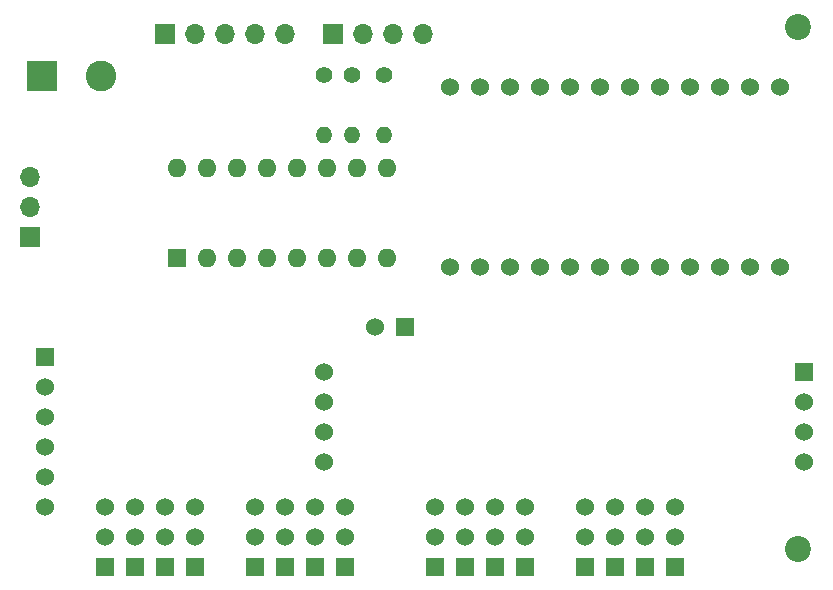
<source format=gbr>
%TF.GenerationSoftware,KiCad,Pcbnew,6.0.2+dfsg-1*%
%TF.CreationDate,2022-09-06T17:18:23-04:00*%
%TF.ProjectId,main-skulls,6d61696e-2d73-46b7-956c-6c732e6b6963,rev?*%
%TF.SameCoordinates,Original*%
%TF.FileFunction,Soldermask,Top*%
%TF.FilePolarity,Negative*%
%FSLAX46Y46*%
G04 Gerber Fmt 4.6, Leading zero omitted, Abs format (unit mm)*
G04 Created by KiCad (PCBNEW 6.0.2+dfsg-1) date 2022-09-06 17:18:23*
%MOMM*%
%LPD*%
G01*
G04 APERTURE LIST*
%ADD10C,2.200000*%
%ADD11R,1.700000X1.700000*%
%ADD12O,1.700000X1.700000*%
%ADD13C,1.524000*%
%ADD14R,1.524000X1.524000*%
%ADD15R,1.600000X1.600000*%
%ADD16O,1.600000X1.600000*%
%ADD17O,1.400000X1.400000*%
%ADD18C,1.400000*%
%ADD19R,2.600000X2.600000*%
%ADD20C,2.600000*%
G04 APERTURE END LIST*
D10*
%TO.C,REF\u002A\u002A*%
X174752000Y-76200000D03*
%TD*%
%TO.C,REF\u002A\u002A*%
X174752000Y-120396000D03*
%TD*%
D11*
%TO.C,J2*%
X109728000Y-93980000D03*
D12*
X109728000Y-91440000D03*
X109728000Y-88900000D03*
%TD*%
%TO.C,D2*%
X143012000Y-76835000D03*
X140472000Y-76835000D03*
X137932000Y-76835000D03*
D11*
X135392000Y-76835000D03*
%TD*%
%TO.C,J3*%
X121158000Y-76765000D03*
D12*
X123698000Y-76765000D03*
X126238000Y-76765000D03*
X128778000Y-76765000D03*
X131318000Y-76765000D03*
%TD*%
D13*
%TO.C,U2*%
X173228000Y-96520000D03*
X170688000Y-96520000D03*
X168148000Y-96520000D03*
X165608000Y-96520000D03*
X163068000Y-96520000D03*
X160528000Y-96520000D03*
X157988000Y-96520000D03*
X155448000Y-96520000D03*
X152908000Y-96520000D03*
X150368000Y-96520000D03*
X147828000Y-96520000D03*
X145288000Y-96520000D03*
X145288000Y-81280000D03*
X147828000Y-81280000D03*
X150368000Y-81280000D03*
X152908000Y-81280000D03*
X155448000Y-81280000D03*
X157988000Y-81280000D03*
X160528000Y-81280000D03*
X163068000Y-81280000D03*
X165608000Y-81280000D03*
X168148000Y-81280000D03*
X170688000Y-81280000D03*
X173228000Y-81280000D03*
%TD*%
D14*
%TO.C,U3*%
X110998000Y-104140000D03*
X149098000Y-121920000D03*
X133858000Y-121920000D03*
X156718000Y-121920000D03*
X136398000Y-121920000D03*
X159258000Y-121920000D03*
X151638000Y-121920000D03*
X123698000Y-121920000D03*
X164338000Y-121920000D03*
X128778000Y-121920000D03*
X161798000Y-121920000D03*
X144018000Y-121920000D03*
X116078000Y-121920000D03*
X146558000Y-121920000D03*
X141478000Y-101600000D03*
X118618000Y-121920000D03*
X131318000Y-121920000D03*
X121158000Y-121920000D03*
D13*
X110998000Y-111760000D03*
X110998000Y-109220000D03*
X110998000Y-106680000D03*
X164338000Y-116840000D03*
X161798000Y-116840000D03*
X159258000Y-116840000D03*
X156718000Y-116840000D03*
X151638000Y-116840000D03*
X149098000Y-116840000D03*
X146558000Y-116840000D03*
X144018000Y-116840000D03*
X110998000Y-114300000D03*
X161798000Y-119380000D03*
X133858000Y-119380000D03*
X156718000Y-119380000D03*
X118618000Y-119380000D03*
X110998000Y-116840000D03*
X128778000Y-119380000D03*
X138938000Y-101600000D03*
X151638000Y-119380000D03*
X136398000Y-119380000D03*
X149098000Y-119380000D03*
X164338000Y-119380000D03*
X123698000Y-119380000D03*
X159258000Y-119380000D03*
X116078000Y-119380000D03*
X131318000Y-119380000D03*
X121158000Y-119380000D03*
X144018000Y-119380000D03*
X146558000Y-119380000D03*
X136398000Y-116840000D03*
X133858000Y-116840000D03*
X131318000Y-116840000D03*
X128778000Y-116840000D03*
X123698000Y-116840000D03*
X121158000Y-116840000D03*
X118618000Y-116840000D03*
X116078000Y-116840000D03*
%TD*%
%TO.C,U1*%
X134620000Y-113030000D03*
X134620000Y-110490000D03*
X134620000Y-107950000D03*
X134620000Y-105410000D03*
D14*
X175260000Y-105410000D03*
D13*
X175260000Y-107950000D03*
X175260000Y-110490000D03*
X175260000Y-113030000D03*
%TD*%
D15*
%TO.C,SW1*%
X122189000Y-95748000D03*
D16*
X124729000Y-95748000D03*
X127269000Y-95748000D03*
X129809000Y-95748000D03*
X132349000Y-95748000D03*
X134889000Y-95748000D03*
X137429000Y-95748000D03*
X139969000Y-95748000D03*
X139969000Y-88128000D03*
X137429000Y-88128000D03*
X134889000Y-88128000D03*
X132349000Y-88128000D03*
X129809000Y-88128000D03*
X127269000Y-88128000D03*
X124729000Y-88128000D03*
X122189000Y-88128000D03*
%TD*%
D17*
%TO.C,R3*%
X139700000Y-85344000D03*
D18*
X139700000Y-80264000D03*
%TD*%
%TO.C,R2*%
X137033000Y-80264000D03*
D17*
X137033000Y-85344000D03*
%TD*%
D18*
%TO.C,R1*%
X134620000Y-80264000D03*
D17*
X134620000Y-85344000D03*
%TD*%
D19*
%TO.C,J4*%
X110744000Y-80315000D03*
D20*
X115744000Y-80315000D03*
%TD*%
M02*

</source>
